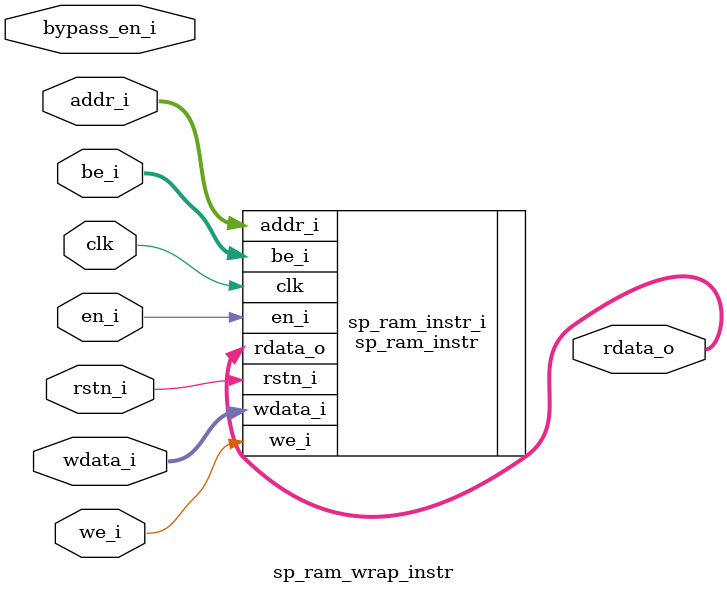
<source format=sv>

`include "config.sv"

module sp_ram_wrap_instr
  #(
    parameter RAM_SIZE   = 32768,              // in bytes
    parameter ADDR_WIDTH = $clog2(RAM_SIZE),
    parameter DATA_WIDTH = 32
  )(
    // Clock and Reset
    input  logic                    clk,
    input  logic                    rstn_i,
    input  logic                    en_i,
    input  logic [ADDR_WIDTH-1:0]   addr_i,
    input  logic [DATA_WIDTH-1:0]   wdata_i,
    output logic [DATA_WIDTH-1:0]   rdata_o,
    input  logic                    we_i,
    input  logic [DATA_WIDTH/8-1:0] be_i,
    input  logic                    bypass_en_i
  );

`ifdef PULP_FPGA_EMUL
  xilinx_mem_8192x32
  sp_ram_i
  (
    .clka   ( clk                    ),
    .rsta   ( 1'b0                   ), // reset is active high

    .ena    ( en_i                   ),
    .addra  ( addr_i[ADDR_WIDTH-1:2] ),
    .dina   ( wdata_i                ),
    .douta  ( rdata_o                ),
    .wea    ( be_i & {4{we_i}}       )
  );

  // TODO: we should kill synthesis when the ram size is larger than what we
  // have here

`elsif ASIC
   // RAM bypass logic
   logic [31:0] ram_out_int;
   // assign rdata_o = (bypass_en_i) ? wdata_i : ram_out_int;
   assign rdata_o = ram_out_int;

   sp_ram_bank
   #(
    .NUM_BANKS  ( RAM_SIZE/4096 ),
    .BANK_SIZE  ( 1024          )
   )
   sp_ram_bank_i
   (
    .clk_i   ( clk                     ),
    .rstn_i  ( rstn_i                  ),
    .en_i    ( en_i                    ),
    .addr_i  ( addr_i                  ),
    .wdata_i ( wdata_i                 ),
    .rdata_o ( ram_out_int             ),
    .we_i    ( (we_i & ~bypass_en_i)   ),
    .be_i    ( be_i                    )
   );

`else
  sp_ram_instr
  #(
    .ADDR_WIDTH ( ADDR_WIDTH ),
    .DATA_WIDTH ( DATA_WIDTH ),
    .NUM_WORDS  ( RAM_SIZE   )
  )
  sp_ram_instr_i
  (
    .clk     ( clk       ),
    .rstn_i  ( rstn_i    ),
    .en_i    ( en_i      ),
    .addr_i  ( addr_i    ),
    .wdata_i ( wdata_i   ),
    .rdata_o ( rdata_o   ),
    .we_i    ( we_i      ),
    .be_i    ( be_i      )
  );
`endif

endmodule

</source>
